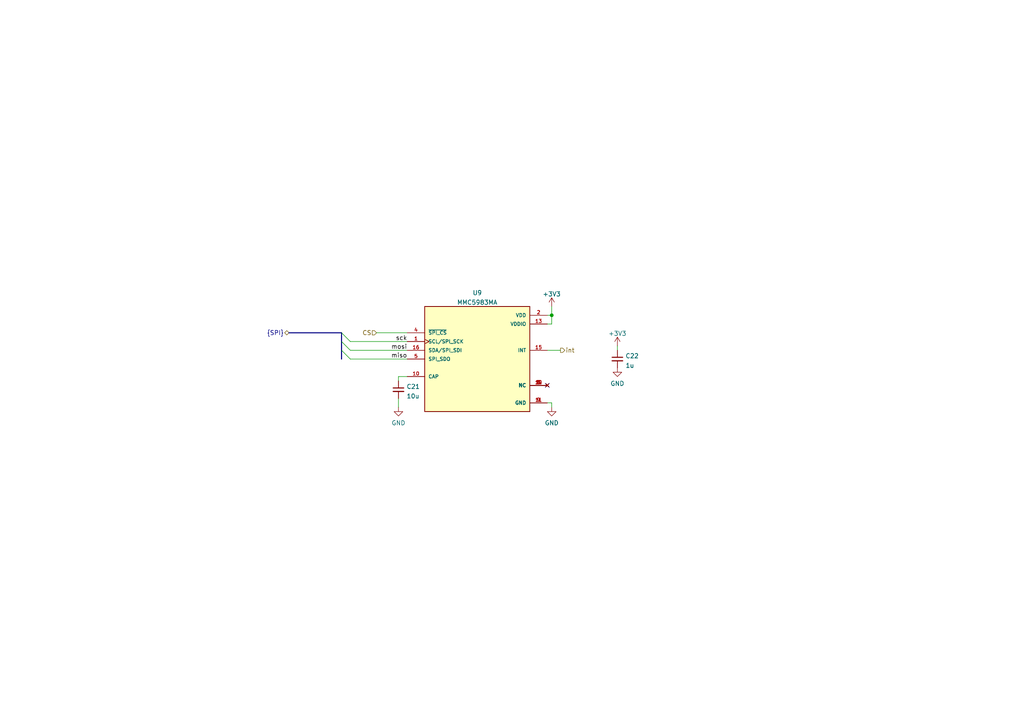
<source format=kicad_sch>
(kicad_sch (version 20231120) (generator "eeschema") (generator_version "8.0")
  (paper "A4")
  (title_block (title "TeleSTERN Rocketry Flight Computer") (date "2023-03-30") (rev "2.2") (company "Space Team Aachen - STAR Dresden - Hochschule Bremen") (comment 1 "Based on Telemega 5.0 by Altusmetrum") (comment 2 "TAPR Open Hardware License"))
  (lib_symbols
    (symbol "Device:C_Small" (pin_numbers hide) (pin_names (offset 0.254) hide)
      (property "Reference" "C" (at 0.254 1.778 0))
      (property "Value" "C_Small" (at 0.254 -2.032 0))
      (symbol "C_Small_0_1"
        (polyline (pts (xy -1.524 -0.508) (xy 1.524 -0.508)) (stroke (width 0.3302)))
        (polyline (pts (xy -1.524 0.508) (xy 1.524 0.508)) (stroke (width 0.3048)))
      )
      (symbol "C_Small_1_1"
        (pin passive line (at 0 2.54 270) (length 2.032) (name "~") (number "1"))
        (pin passive line (at 0 -2.54 90) (length 2.032) (name "~") (number "2"))
      )
    )
    (symbol "lib-telestern:MMC5983MA" (pin_names (offset 1.016))
      (property "Reference" "U" (at -15.24 15.24 0))
      (property "Value" "MMC5983MA" (at -15.24 -17.78 0))
      (symbol "MMC5983MA_0_0"
        (rectangle (start -15.24 -15.24) (end 15.24 15.24) (stroke (width 0.254)) (fill (type background)))
        (pin input clock (at -20.32 5.08 0) (length 5.08) (name "SCL/SPI_SCK") (number "1"))
        (pin passive line (at -20.32 -5.08 0) (length 5.08) (name "CAP") (number "10"))
        (pin power_in line (at 20.32 -12.7 180) (length 5.08) (name "GND") (number "11"))
        (pin no_connect line (at 20.32 -7.62 180) (length 5.08) (name "NC") (number "12"))
        (pin power_in line (at 20.32 10.16 180) (length 5.08) (name "VDDIO") (number "13"))
        (pin no_connect line (at 20.32 -7.62 180) (length 5.08) (name "NC") (number "14"))
        (pin output line (at 20.32 2.54 180) (length 5.08) (name "INT") (number "15"))
        (pin bidirectional line (at -20.32 2.54 0) (length 5.08) (name "SDA/SPI_SDI") (number "16"))
        (pin power_in line (at 20.32 12.7 180) (length 5.08) (name "VDD") (number "2"))
        (pin no_connect line (at 20.32 -7.62 180) (length 5.08) (name "NC") (number "3"))
        (pin input line (at -20.32 7.62 0) (length 5.08) (name "~{SPI_CS}") (number "4"))
        (pin output line (at -20.32 0 0) (length 5.08) (name "SPI_SDO") (number "5"))
        (pin no_connect line (at 20.32 -7.62 180) (length 5.08) (name "NC") (number "6"))
        (pin no_connect line (at 20.32 -7.62 180) (length 5.08) (name "NC") (number "7"))
        (pin no_connect line (at 20.32 -7.62 180) (length 5.08) (name "NC") (number "8"))
        (pin power_in line (at 20.32 -12.7 180) (length 5.08) (name "GND") (number "9"))
      )
    )
    (symbol "power:+3.3V" (power) (pin_names (offset 0))
      (property "Value" "+3.3V" (at 0 3.556 0))
      (symbol "+3.3V_0_1"
        (polyline (pts (xy -0.762 1.27) (xy 0 2.54)))
        (polyline (pts (xy 0 0) (xy 0 2.54)))
        (polyline (pts (xy 0 2.54) (xy 0.762 1.27)))
      )
      (symbol "+3.3V_1_1"
        (pin power_in line (at 0 0 90) (length 0) hide (name "+3V3") (number "1"))
      )
    )
    (symbol "power:GND" (power) (pin_names (offset 0))
      (property "Value" "GND" (at 0 -3.81 0))
      (symbol "GND_0_1"
        (polyline (pts (xy 0 0) (xy 0 -1.27) (xy 1.27 -1.27) (xy 0 -2.54) (xy -1.27 -1.27) (xy 0 -1.27)))
      )
      (symbol "GND_1_1"
        (pin power_in line (at 0 0 270) (length 0) hide (name "GND") (number "1"))
      )
    )
  )
  (junction (at 160.02 91.44))
  (no_connect (at 158.75 111.76))
  (bus_entry (at 99.06 96.52) (size 2.54 2.54))
  (bus_entry (at 99.06 99.06) (size 2.54 2.54))
  (bus_entry (at 99.06 101.6) (size 2.54 2.54))
  (wire (pts (xy 158.75 116.84) (xy 160.02 116.84)))
  (bus (pts (xy 99.06 99.06) (xy 99.06 101.6)))
  (wire (pts (xy 160.02 93.98) (xy 158.75 93.98)))
  (wire (pts (xy 101.6 104.14) (xy 118.11 104.14)))
  (wire (pts (xy 109.22 96.52) (xy 118.11 96.52)))
  (wire (pts (xy 101.6 101.6) (xy 118.11 101.6)))
  (wire (pts (xy 160.02 88.9) (xy 160.02 91.44)))
  (wire (pts (xy 158.75 101.6) (xy 162.56 101.6)))
  (bus (pts (xy 99.06 101.6) (xy 99.06 104.14)))
  (wire (pts (xy 160.02 91.44) (xy 158.75 91.44)))
  (wire (pts (xy 115.57 110.49) (xy 115.57 109.22)))
  (bus (pts (xy 83.82 96.52) (xy 99.06 96.52)))
  (wire (pts (xy 115.57 115.57) (xy 115.57 118.11)))
  (wire (pts (xy 160.02 116.84) (xy 160.02 118.11)))
  (wire (pts (xy 160.02 91.44) (xy 160.02 93.98)))
  (wire (pts (xy 115.57 109.22) (xy 118.11 109.22)))
  (wire (pts (xy 179.07 100.33) (xy 179.07 101.6)))
  (wire (pts (xy 101.6 99.06) (xy 118.11 99.06)))
  (bus (pts (xy 99.06 96.52) (xy 99.06 99.06)))
  (label "miso" (at 118.11 104.14 180))
  (label "sck" (at 118.11 99.06 180))
  (label "mosi" (at 118.11 101.6 180))
  (hierarchical_label "int" (shape output) (at 162.56 101.6 0))
  (hierarchical_label "CS" (shape input) (at 109.22 96.52 180))
  (hierarchical_label "{SPI}" (shape bidirectional) (at 83.82 96.52 180))
  (symbol (lib_id "power:GND") (at 160.02 118.11 0) (unit 1)
    (property "Reference" "#PWR0176" (effects (hide yes)))
    (property "Value" "GND" (at 160.02 122.6725 0))
  )
  (symbol (lib_id "Device:C_Small") (at 115.57 113.03 0) (unit 1)
    (property "Reference" "C21" (at 117.8941 112.1278 0) (effects (justify left)))
    (property "Value" "10u" (at 117.8941 114.9029 0) (effects (justify left)))
    (property "Footprint" "lib-telestern:C_0402_1005Metric" (effects (hide yes)))
    (property "MPN" "04026D106MAT2A" (effects (hide yes)))
    (property "note" "Checked" (effects (hide yes)))
  )
  (symbol (lib_id "power:+3.3V") (at 179.07 100.33 0) (unit 1)
    (property "Reference" "#PWR0179" (effects (hide yes)))
    (property "Value" "+3V3" (at 179.07 96.7255 0))
  )
  (symbol (lib_id "lib-telestern:MMC5983MA") (at 138.43 104.14 0) (unit 1)
    (property "Reference" "U9" (at 138.43 84.9335 0))
    (property "Value" "MMC5983MA" (at 138.43 87.7086 0))
    (property "Footprint" "lib-telestern:memsic-lga-16" (effects (hide yes)))
    (property "Datasheet" "https://www.mouser.de/datasheet/2/821/Memsic_09102019_MMC5983MA_Datasheet_Rev_A-1635338.pdf" (effects (hide yes)))
    (property "MPN" "MMC5983MA" (effects (hide yes)))
  )
  (symbol (lib_id "Device:C_Small") (at 179.07 104.14 0) (unit 1)
    (property "Reference" "C22" (at 181.3941 103.2378 0) (effects (justify left)))
    (property "Value" "1u" (at 181.3941 106.0129 0) (effects (justify left)))
    (property "Footprint" "lib-telestern:C_0402_1005Metric" (effects (hide yes)))
    (property "MPN" "CL05A105KP5NNNC" (effects (hide yes)))
    (property "note" "Checked" (effects (hide yes)))
  )
  (symbol (lib_id "power:GND") (at 115.57 118.11 0) (unit 1)
    (property "Reference" "#PWR0177" (effects (hide yes)))
    (property "Value" "GND" (at 115.57 122.6725 0))
  )
  (symbol (lib_id "power:+3.3V") (at 160.02 88.9 0) (unit 1)
    (property "Reference" "#PWR032" (effects (hide yes)))
    (property "Value" "+3V3" (at 160.02 85.2955 0))
  )
  (symbol (lib_id "power:GND") (at 179.07 106.68 0) (unit 1)
    (property "Reference" "#PWR0180" (effects (hide yes)))
    (property "Value" "GND" (at 179.07 111.2425 0))
  )
)
</source>
